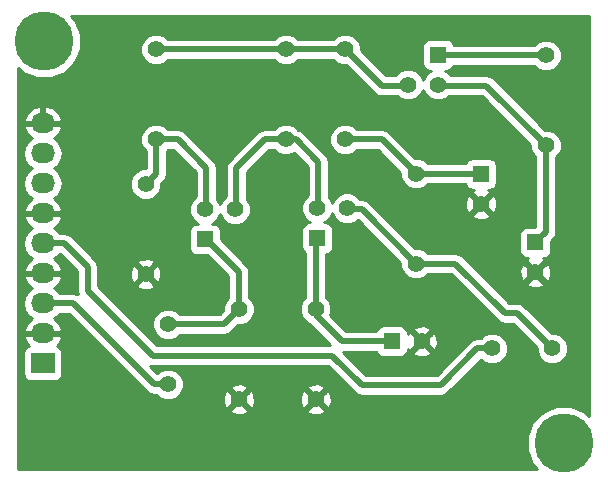
<source format=gbl>
G04 #@! TF.FileFunction,Copper,L2,Bot,Signal*
%FSLAX45Y45*%
G04 Gerber Fmt 4.5, Leading zero omitted, Abs format (unit mm)*
G04 Created by KiCad (PCBNEW (2015-01-25 BZR 5388)-product) date Mo 03 Aug 2015 14:19:51 CEST*
%MOMM*%
G01*
G04 APERTURE LIST*
%ADD10C,0.150000*%
%ADD11C,5.001260*%
%ADD12C,1.397000*%
%ADD13R,1.397000X1.397000*%
%ADD14R,2.032000X1.727200*%
%ADD15O,2.032000X1.727200*%
%ADD16C,0.508000*%
%ADD17C,0.254000*%
G04 APERTURE END LIST*
D10*
D11*
X17100042Y-9900158D03*
X12700000Y-6499860D03*
D12*
X15249906Y-6568948D03*
X15249906Y-7330948D03*
X13649960Y-6568948D03*
X13649960Y-7330948D03*
X13560000Y-7709000D03*
X13560000Y-8471000D03*
X14999970Y-8769096D03*
X14999970Y-9531096D03*
X14349984Y-8769096D03*
X14349984Y-9531096D03*
X14750034Y-6568948D03*
X14750034Y-7330948D03*
X15850108Y-7618984D03*
X15850108Y-8380984D03*
X16949928Y-6618986D03*
X16949928Y-7380986D03*
X17004030Y-9100058D03*
X16496030Y-9100058D03*
X13750036Y-8896096D03*
X13750036Y-9404096D03*
D13*
X15643000Y-9040000D03*
D12*
X15897000Y-9040000D03*
D13*
X16400000Y-7623000D03*
D12*
X16400000Y-7877000D03*
D13*
X16860000Y-8203000D03*
D12*
X16860000Y-8457000D03*
D14*
X12690000Y-9226000D03*
D15*
X12690000Y-8972000D03*
X12690000Y-8718000D03*
X12690000Y-8464000D03*
X12690000Y-8210000D03*
X12690000Y-7956000D03*
X12690000Y-7702000D03*
X12690000Y-7448000D03*
X12690000Y-7194000D03*
D13*
X14063000Y-8177000D03*
D12*
X14063000Y-7923000D03*
X14317000Y-7923000D03*
D13*
X15013000Y-8167000D03*
D12*
X15013000Y-7913000D03*
X15267000Y-7913000D03*
D13*
X16037000Y-6613000D03*
D12*
X16037000Y-6867000D03*
X15783000Y-6867000D03*
D16*
X16949928Y-6618986D02*
X16030956Y-6618986D01*
X16030956Y-6618986D02*
X16026892Y-6623050D01*
X14349984Y-8453882D02*
X14073124Y-8177022D01*
X14349984Y-8769096D02*
X14349984Y-8453882D01*
X14222984Y-8896096D02*
X14349984Y-8769096D01*
X13750036Y-8896096D02*
X14222984Y-8896096D01*
X13634096Y-9404096D02*
X12948000Y-8718000D01*
X12948000Y-8718000D02*
X12690000Y-8718000D01*
X13750036Y-9404096D02*
X13634096Y-9404096D01*
X14999970Y-8769096D02*
X14999970Y-8200136D01*
X14999970Y-8200136D02*
X15023084Y-8177022D01*
X15220000Y-9040000D02*
X15643000Y-9040000D01*
X14999970Y-8819970D02*
X15220000Y-9040000D01*
X14999970Y-8769096D02*
X14999970Y-8819970D01*
X15249906Y-7330948D02*
X15562072Y-7330948D01*
X15562072Y-7330948D02*
X15854172Y-7623048D01*
X16395984Y-7618984D02*
X16400000Y-7623000D01*
X16395984Y-7618984D02*
X16400000Y-7623000D01*
X15850108Y-7618984D02*
X16395984Y-7618984D01*
X15392146Y-7923022D02*
X15850108Y-8380984D01*
X15277084Y-7923022D02*
X15392146Y-7923022D01*
X16180816Y-8380984D02*
X16599916Y-8800084D01*
X16599916Y-8800084D02*
X16704056Y-8800084D01*
X16704056Y-8800084D02*
X17004030Y-9100058D01*
X15850108Y-8380984D02*
X16180816Y-8380984D01*
X16496030Y-9100058D02*
X16450056Y-9100058D01*
X16369942Y-9100058D02*
X16060000Y-9410000D01*
X16060000Y-9410000D02*
X15390000Y-9410000D01*
X15390000Y-9410000D02*
X15140000Y-9160000D01*
X15140000Y-9160000D02*
X13620000Y-9160000D01*
X13620000Y-9160000D02*
X13070000Y-8610000D01*
X13070000Y-8610000D02*
X13070000Y-8410000D01*
X13070000Y-8410000D02*
X12870000Y-8210000D01*
X12870000Y-8210000D02*
X12690000Y-8210000D01*
X16496030Y-9100058D02*
X16369942Y-9100058D01*
X16026892Y-6877050D02*
X16445992Y-6877050D01*
X16445992Y-6877050D02*
X16949928Y-7380986D01*
X16949928Y-8113072D02*
X16860000Y-8203000D01*
X16949928Y-7380986D02*
X16949928Y-8113072D01*
X14750034Y-7330948D02*
X14831060Y-7330948D01*
X14327124Y-7572756D02*
X14568932Y-7330948D01*
X14568932Y-7330948D02*
X14750034Y-7330948D01*
X14327124Y-7923022D02*
X14327124Y-7572756D01*
X14831060Y-7330948D02*
X15023084Y-7522972D01*
X15023084Y-7522972D02*
X15023084Y-7923022D01*
X13649960Y-7330948D02*
X13831062Y-7330948D01*
X14073124Y-7573010D02*
X14073124Y-7923022D01*
X13831062Y-7330948D02*
X14073124Y-7573010D01*
X13649960Y-7619040D02*
X13560000Y-7709000D01*
X13649960Y-7330948D02*
X13649960Y-7619040D01*
X13649960Y-6568948D02*
X14750034Y-6568948D01*
X14750034Y-6568948D02*
X15249906Y-6568948D01*
X15558008Y-6877050D02*
X15772892Y-6877050D01*
X15249906Y-6568948D02*
X15558008Y-6877050D01*
D17*
G36*
X17317466Y-9674129D02*
X17277893Y-9634487D01*
X17162687Y-9586650D01*
X17137403Y-9586627D01*
X17137403Y-9073649D01*
X17117145Y-9024620D01*
X17083301Y-8990717D01*
X17083301Y-7354577D01*
X17063043Y-7305548D01*
X17025563Y-7268003D01*
X16976569Y-7247659D01*
X16942295Y-7247629D01*
X16508854Y-6814188D01*
X16480013Y-6794917D01*
X16445992Y-6788150D01*
X16146708Y-6788150D01*
X16112635Y-6754017D01*
X16097166Y-6747594D01*
X16106850Y-6747594D01*
X16131062Y-6742896D01*
X16152343Y-6728917D01*
X16166539Y-6707886D01*
X16850252Y-6707886D01*
X16874293Y-6731969D01*
X16923287Y-6752313D01*
X16976337Y-6752359D01*
X17025366Y-6732101D01*
X17062911Y-6694621D01*
X17083255Y-6645627D01*
X17083301Y-6592577D01*
X17063043Y-6543548D01*
X17025563Y-6506003D01*
X16976569Y-6485659D01*
X16923519Y-6485613D01*
X16874490Y-6505871D01*
X16850233Y-6530086D01*
X16169059Y-6530086D01*
X16166896Y-6518938D01*
X16152917Y-6497657D01*
X16131814Y-6483412D01*
X16106850Y-6478406D01*
X15967150Y-6478406D01*
X15942938Y-6483104D01*
X15921657Y-6497083D01*
X15907412Y-6518186D01*
X15902406Y-6543150D01*
X15902406Y-6682850D01*
X15907104Y-6707062D01*
X15921083Y-6728343D01*
X15942186Y-6742588D01*
X15967150Y-6747594D01*
X15976788Y-6747594D01*
X15961562Y-6753885D01*
X15924017Y-6791365D01*
X15909991Y-6825145D01*
X15896115Y-6791562D01*
X15858635Y-6754017D01*
X15809641Y-6733673D01*
X15756591Y-6733627D01*
X15707562Y-6753885D01*
X15673238Y-6788150D01*
X15594832Y-6788150D01*
X15383249Y-6576568D01*
X15383279Y-6542539D01*
X15363021Y-6493510D01*
X15325541Y-6455965D01*
X15276547Y-6435621D01*
X15223497Y-6435575D01*
X15174468Y-6455833D01*
X15150211Y-6480048D01*
X14849710Y-6480048D01*
X14825669Y-6455965D01*
X14776675Y-6435621D01*
X14723625Y-6435575D01*
X14674596Y-6455833D01*
X14650339Y-6480048D01*
X13749636Y-6480048D01*
X13725595Y-6455965D01*
X13676601Y-6435621D01*
X13623551Y-6435575D01*
X13574522Y-6455833D01*
X13536977Y-6493313D01*
X13516633Y-6542307D01*
X13516587Y-6595357D01*
X13536845Y-6644386D01*
X13574325Y-6681931D01*
X13623319Y-6702275D01*
X13676369Y-6702321D01*
X13725398Y-6682063D01*
X13749655Y-6657848D01*
X14650358Y-6657848D01*
X14674399Y-6681931D01*
X14723393Y-6702275D01*
X14776443Y-6702321D01*
X14825472Y-6682063D01*
X14849729Y-6657848D01*
X15150230Y-6657848D01*
X15174271Y-6681931D01*
X15223265Y-6702275D01*
X15257539Y-6702305D01*
X15495146Y-6939912D01*
X15523987Y-6959183D01*
X15558008Y-6965950D01*
X15693356Y-6965950D01*
X15707365Y-6979983D01*
X15756359Y-7000327D01*
X15809409Y-7000373D01*
X15858438Y-6980115D01*
X15895983Y-6942635D01*
X15910009Y-6908855D01*
X15923885Y-6942438D01*
X15961365Y-6979983D01*
X16010359Y-7000327D01*
X16063409Y-7000373D01*
X16112438Y-6980115D01*
X16126627Y-6965950D01*
X16409168Y-6965950D01*
X16816585Y-7373366D01*
X16816555Y-7407395D01*
X16836813Y-7456424D01*
X16861028Y-7480681D01*
X16861028Y-8068406D01*
X16790150Y-8068406D01*
X16765938Y-8073104D01*
X16744657Y-8087083D01*
X16730412Y-8108186D01*
X16725406Y-8133150D01*
X16725406Y-8272850D01*
X16730104Y-8297062D01*
X16744083Y-8318343D01*
X16765186Y-8332588D01*
X16790150Y-8337594D01*
X16796564Y-8337594D01*
X16790707Y-8340020D01*
X16784542Y-8363581D01*
X16860000Y-8439040D01*
X16935458Y-8363581D01*
X16929293Y-8340020D01*
X16922400Y-8337594D01*
X16929850Y-8337594D01*
X16954062Y-8332896D01*
X16975343Y-8318917D01*
X16989588Y-8297814D01*
X16994594Y-8272850D01*
X16994594Y-8194130D01*
X17012790Y-8175934D01*
X17032061Y-8147093D01*
X17032061Y-8147092D01*
X17038828Y-8113072D01*
X17038828Y-7480662D01*
X17062911Y-7456621D01*
X17083255Y-7407627D01*
X17083301Y-7354577D01*
X17083301Y-8990717D01*
X17079665Y-8987075D01*
X17030671Y-8966731D01*
X16996397Y-8966701D01*
X16994593Y-8964897D01*
X16994593Y-8476252D01*
X16991715Y-8423280D01*
X16976980Y-8387707D01*
X16953419Y-8381542D01*
X16877961Y-8457000D01*
X16953419Y-8532458D01*
X16976980Y-8526293D01*
X16994593Y-8476252D01*
X16994593Y-8964897D01*
X16935458Y-8905763D01*
X16935458Y-8550419D01*
X16860000Y-8474961D01*
X16842040Y-8492921D01*
X16842040Y-8457000D01*
X16766581Y-8381542D01*
X16743020Y-8387707D01*
X16725407Y-8437748D01*
X16728285Y-8490720D01*
X16743020Y-8526293D01*
X16766581Y-8532458D01*
X16842040Y-8457000D01*
X16842040Y-8492921D01*
X16784542Y-8550419D01*
X16790707Y-8573980D01*
X16840748Y-8591593D01*
X16893720Y-8588715D01*
X16929293Y-8573980D01*
X16935458Y-8550419D01*
X16935458Y-8905763D01*
X16766918Y-8737222D01*
X16738077Y-8717951D01*
X16704056Y-8711184D01*
X16636740Y-8711184D01*
X16534594Y-8609038D01*
X16534594Y-7692850D01*
X16534594Y-7553150D01*
X16529896Y-7528938D01*
X16515917Y-7507657D01*
X16494814Y-7493412D01*
X16469850Y-7488406D01*
X16330150Y-7488406D01*
X16305938Y-7493104D01*
X16284657Y-7507083D01*
X16270412Y-7528186D01*
X16270032Y-7530084D01*
X15949784Y-7530084D01*
X15925743Y-7506001D01*
X15876749Y-7485657D01*
X15842475Y-7485627D01*
X15624934Y-7268086D01*
X15596093Y-7248815D01*
X15562072Y-7242048D01*
X15349582Y-7242048D01*
X15325541Y-7217965D01*
X15276547Y-7197621D01*
X15223497Y-7197575D01*
X15174468Y-7217833D01*
X15136923Y-7255313D01*
X15116579Y-7304307D01*
X15116533Y-7357357D01*
X15136791Y-7406386D01*
X15174271Y-7443931D01*
X15223265Y-7464275D01*
X15276315Y-7464321D01*
X15325344Y-7444063D01*
X15349601Y-7419848D01*
X15525248Y-7419848D01*
X15716764Y-7611364D01*
X15716735Y-7645393D01*
X15736993Y-7694422D01*
X15774473Y-7731967D01*
X15823467Y-7752311D01*
X15876517Y-7752357D01*
X15925546Y-7732099D01*
X15949803Y-7707884D01*
X16268323Y-7707884D01*
X16270104Y-7717062D01*
X16284083Y-7738343D01*
X16305186Y-7752588D01*
X16330150Y-7757594D01*
X16336564Y-7757594D01*
X16330707Y-7760020D01*
X16324542Y-7783581D01*
X16400000Y-7859039D01*
X16475458Y-7783581D01*
X16469293Y-7760020D01*
X16462400Y-7757594D01*
X16469850Y-7757594D01*
X16494062Y-7752896D01*
X16515343Y-7738917D01*
X16529588Y-7717814D01*
X16534594Y-7692850D01*
X16534594Y-8609038D01*
X16534593Y-8609037D01*
X16534593Y-7896252D01*
X16531715Y-7843280D01*
X16516980Y-7807707D01*
X16493419Y-7801542D01*
X16417960Y-7877000D01*
X16493419Y-7952458D01*
X16516980Y-7946293D01*
X16534593Y-7896252D01*
X16534593Y-8609037D01*
X16475458Y-8549903D01*
X16475458Y-7970419D01*
X16400000Y-7894960D01*
X16382039Y-7912921D01*
X16382039Y-7877000D01*
X16306581Y-7801542D01*
X16283020Y-7807707D01*
X16265407Y-7857748D01*
X16268285Y-7910720D01*
X16283020Y-7946293D01*
X16306581Y-7952458D01*
X16382039Y-7877000D01*
X16382039Y-7912921D01*
X16324542Y-7970419D01*
X16330707Y-7993980D01*
X16380748Y-8011593D01*
X16433720Y-8008715D01*
X16469293Y-7993980D01*
X16475458Y-7970419D01*
X16475458Y-8549903D01*
X16243678Y-8318122D01*
X16214837Y-8298851D01*
X16180816Y-8292084D01*
X15949784Y-8292084D01*
X15925743Y-8268001D01*
X15876749Y-8247657D01*
X15842475Y-8247627D01*
X15455008Y-7860160D01*
X15426167Y-7840889D01*
X15392146Y-7834122D01*
X15376680Y-7834122D01*
X15342635Y-7800017D01*
X15293641Y-7779673D01*
X15240591Y-7779627D01*
X15191562Y-7799885D01*
X15154017Y-7837365D01*
X15139991Y-7871145D01*
X15126115Y-7837562D01*
X15111984Y-7823407D01*
X15111984Y-7522972D01*
X15105217Y-7488951D01*
X15085946Y-7460110D01*
X14893922Y-7268086D01*
X14865081Y-7248815D01*
X14854331Y-7246677D01*
X14825669Y-7217965D01*
X14776675Y-7197621D01*
X14723625Y-7197575D01*
X14674596Y-7217833D01*
X14650339Y-7242048D01*
X14568932Y-7242048D01*
X14534911Y-7248815D01*
X14506070Y-7268086D01*
X14264262Y-7509894D01*
X14244991Y-7538735D01*
X14238224Y-7572756D01*
X14238224Y-7813217D01*
X14204017Y-7847365D01*
X14189991Y-7881145D01*
X14176115Y-7847562D01*
X14162024Y-7833447D01*
X14162024Y-7573010D01*
X14155257Y-7538989D01*
X14155257Y-7538989D01*
X14135986Y-7510148D01*
X13893924Y-7268086D01*
X13865083Y-7248815D01*
X13831062Y-7242048D01*
X13749636Y-7242048D01*
X13725595Y-7217965D01*
X13676601Y-7197621D01*
X13623551Y-7197575D01*
X13574522Y-7217833D01*
X13536977Y-7255313D01*
X13516633Y-7304307D01*
X13516587Y-7357357D01*
X13536845Y-7406386D01*
X13561060Y-7430643D01*
X13561060Y-7575651D01*
X13533591Y-7575627D01*
X13484562Y-7595885D01*
X13447017Y-7633365D01*
X13426673Y-7682359D01*
X13426627Y-7735409D01*
X13446885Y-7784438D01*
X13484365Y-7821983D01*
X13533359Y-7842327D01*
X13586409Y-7842373D01*
X13635438Y-7822115D01*
X13672983Y-7784635D01*
X13693327Y-7735641D01*
X13693357Y-7701367D01*
X13712822Y-7681902D01*
X13732093Y-7653061D01*
X13732093Y-7653060D01*
X13738860Y-7619040D01*
X13738860Y-7430624D01*
X13749655Y-7419848D01*
X13794238Y-7419848D01*
X13984224Y-7609834D01*
X13984224Y-7813217D01*
X13950017Y-7847365D01*
X13929673Y-7896359D01*
X13929627Y-7949409D01*
X13949885Y-7998438D01*
X13987365Y-8035983D01*
X14002834Y-8042406D01*
X13993150Y-8042406D01*
X13968938Y-8047104D01*
X13947657Y-8061083D01*
X13933412Y-8082186D01*
X13928406Y-8107150D01*
X13928406Y-8246850D01*
X13933104Y-8271062D01*
X13947083Y-8292343D01*
X13968186Y-8306588D01*
X13993150Y-8311594D01*
X14081972Y-8311594D01*
X14261084Y-8490706D01*
X14261084Y-8669420D01*
X14237001Y-8693461D01*
X14216657Y-8742455D01*
X14216627Y-8776729D01*
X14186160Y-8807196D01*
X13849712Y-8807196D01*
X13825671Y-8783113D01*
X13776677Y-8762769D01*
X13723627Y-8762723D01*
X13694593Y-8774720D01*
X13694593Y-8490252D01*
X13691715Y-8437280D01*
X13676980Y-8401707D01*
X13653419Y-8395542D01*
X13635458Y-8413502D01*
X13635458Y-8377581D01*
X13629293Y-8354020D01*
X13579252Y-8336407D01*
X13526280Y-8339285D01*
X13490707Y-8354020D01*
X13484542Y-8377581D01*
X13560000Y-8453040D01*
X13635458Y-8377581D01*
X13635458Y-8413502D01*
X13577960Y-8471000D01*
X13653419Y-8546458D01*
X13676980Y-8540293D01*
X13694593Y-8490252D01*
X13694593Y-8774720D01*
X13674598Y-8782981D01*
X13637053Y-8820461D01*
X13635458Y-8824302D01*
X13635458Y-8564419D01*
X13560000Y-8488961D01*
X13542039Y-8506921D01*
X13542039Y-8471000D01*
X13466581Y-8395542D01*
X13443020Y-8401707D01*
X13425407Y-8451748D01*
X13428285Y-8504720D01*
X13443020Y-8540293D01*
X13466581Y-8546458D01*
X13542039Y-8471000D01*
X13542039Y-8506921D01*
X13484542Y-8564419D01*
X13490707Y-8587980D01*
X13540748Y-8605593D01*
X13593720Y-8602715D01*
X13629293Y-8587980D01*
X13635458Y-8564419D01*
X13635458Y-8824302D01*
X13616709Y-8869455D01*
X13616663Y-8922505D01*
X13636921Y-8971534D01*
X13674401Y-9009079D01*
X13723395Y-9029423D01*
X13776445Y-9029469D01*
X13825474Y-9009211D01*
X13849731Y-8984996D01*
X14222984Y-8984996D01*
X14257004Y-8978229D01*
X14257005Y-8978229D01*
X14285846Y-8958958D01*
X14342364Y-8902439D01*
X14376393Y-8902469D01*
X14425422Y-8882211D01*
X14462967Y-8844731D01*
X14483311Y-8795737D01*
X14483357Y-8742687D01*
X14463099Y-8693658D01*
X14438884Y-8669401D01*
X14438884Y-8453882D01*
X14432117Y-8419862D01*
X14432117Y-8419861D01*
X14412846Y-8391020D01*
X14197594Y-8175768D01*
X14197594Y-8107150D01*
X14192896Y-8082938D01*
X14178917Y-8061657D01*
X14157814Y-8047412D01*
X14132850Y-8042406D01*
X14123212Y-8042406D01*
X14138438Y-8036115D01*
X14175983Y-7998635D01*
X14190009Y-7964855D01*
X14203885Y-7998438D01*
X14241365Y-8035983D01*
X14290359Y-8056327D01*
X14343409Y-8056373D01*
X14392438Y-8036115D01*
X14429983Y-7998635D01*
X14450327Y-7949641D01*
X14450373Y-7896591D01*
X14430115Y-7847562D01*
X14416024Y-7833447D01*
X14416024Y-7609580D01*
X14605756Y-7419848D01*
X14650358Y-7419848D01*
X14674399Y-7443931D01*
X14723393Y-7464275D01*
X14776443Y-7464321D01*
X14820504Y-7446115D01*
X14934184Y-7559796D01*
X14934184Y-7803257D01*
X14900017Y-7837365D01*
X14879673Y-7886359D01*
X14879627Y-7939409D01*
X14899885Y-7988438D01*
X14937365Y-8025983D01*
X14952834Y-8032406D01*
X14943150Y-8032406D01*
X14918938Y-8037104D01*
X14897657Y-8051083D01*
X14883412Y-8072186D01*
X14878406Y-8097150D01*
X14878406Y-8236850D01*
X14883104Y-8261062D01*
X14897083Y-8282343D01*
X14911070Y-8291784D01*
X14911070Y-8669420D01*
X14886987Y-8693461D01*
X14866643Y-8742455D01*
X14866597Y-8795505D01*
X14886855Y-8844534D01*
X14924335Y-8882079D01*
X14944891Y-8890614D01*
X15125376Y-9071100D01*
X13656824Y-9071100D01*
X13158900Y-8573176D01*
X13158900Y-8410000D01*
X13152133Y-8375979D01*
X13152133Y-8375979D01*
X13132862Y-8347138D01*
X12932862Y-8147138D01*
X12904021Y-8127867D01*
X12870000Y-8121100D01*
X12858334Y-8121100D01*
X12858334Y-7702000D01*
X12846927Y-7644651D01*
X12814441Y-7596033D01*
X12782963Y-7575000D01*
X12814441Y-7553967D01*
X12846927Y-7505349D01*
X12858334Y-7448000D01*
X12846927Y-7390651D01*
X12814441Y-7342033D01*
X12783493Y-7321354D01*
X12825073Y-7284204D01*
X12850471Y-7231479D01*
X12850736Y-7229903D01*
X12850736Y-7158097D01*
X12850471Y-7156521D01*
X12825073Y-7103796D01*
X12781432Y-7064805D01*
X12726191Y-7045482D01*
X12702700Y-7059908D01*
X12702700Y-7181300D01*
X12838622Y-7181300D01*
X12850736Y-7158097D01*
X12850736Y-7229903D01*
X12838622Y-7206700D01*
X12702700Y-7206700D01*
X12702700Y-7208700D01*
X12677300Y-7208700D01*
X12677300Y-7206700D01*
X12677300Y-7181300D01*
X12677300Y-7059908D01*
X12653809Y-7045482D01*
X12598568Y-7064805D01*
X12554927Y-7103796D01*
X12529529Y-7156521D01*
X12529264Y-7158097D01*
X12541378Y-7181300D01*
X12677300Y-7181300D01*
X12677300Y-7206700D01*
X12541378Y-7206700D01*
X12529264Y-7229903D01*
X12529529Y-7231479D01*
X12554927Y-7284204D01*
X12596507Y-7321354D01*
X12565558Y-7342033D01*
X12533073Y-7390651D01*
X12521665Y-7448000D01*
X12533073Y-7505349D01*
X12565558Y-7553967D01*
X12597036Y-7575000D01*
X12565558Y-7596033D01*
X12533073Y-7644651D01*
X12521665Y-7702000D01*
X12533073Y-7759349D01*
X12565558Y-7807967D01*
X12596507Y-7828646D01*
X12554927Y-7865796D01*
X12529529Y-7918521D01*
X12529264Y-7920097D01*
X12541378Y-7943300D01*
X12677300Y-7943300D01*
X12677300Y-7941300D01*
X12702700Y-7941300D01*
X12702700Y-7943300D01*
X12838622Y-7943300D01*
X12850736Y-7920097D01*
X12850471Y-7918521D01*
X12825073Y-7865796D01*
X12783493Y-7828646D01*
X12814441Y-7807967D01*
X12846927Y-7759349D01*
X12858334Y-7702000D01*
X12858334Y-8121100D01*
X12825845Y-8121100D01*
X12814441Y-8104033D01*
X12783493Y-8083354D01*
X12825073Y-8046204D01*
X12850471Y-7993479D01*
X12850736Y-7991903D01*
X12838622Y-7968700D01*
X12702700Y-7968700D01*
X12702700Y-7970700D01*
X12677300Y-7970700D01*
X12677300Y-7968700D01*
X12541378Y-7968700D01*
X12529264Y-7991903D01*
X12529529Y-7993479D01*
X12554927Y-8046204D01*
X12596507Y-8083354D01*
X12565558Y-8104033D01*
X12533073Y-8152651D01*
X12521665Y-8210000D01*
X12533073Y-8267349D01*
X12565558Y-8315967D01*
X12596507Y-8336646D01*
X12554927Y-8373796D01*
X12529529Y-8426521D01*
X12529264Y-8428097D01*
X12541378Y-8451300D01*
X12677300Y-8451300D01*
X12677300Y-8449300D01*
X12702700Y-8449300D01*
X12702700Y-8451300D01*
X12838622Y-8451300D01*
X12850736Y-8428097D01*
X12850471Y-8426521D01*
X12825073Y-8373796D01*
X12783493Y-8336646D01*
X12814441Y-8315967D01*
X12825845Y-8298900D01*
X12833176Y-8298900D01*
X12981100Y-8446824D01*
X12981100Y-8610000D01*
X12986893Y-8639123D01*
X12982021Y-8635867D01*
X12948000Y-8629100D01*
X12825845Y-8629100D01*
X12814441Y-8612033D01*
X12783493Y-8591354D01*
X12825073Y-8554204D01*
X12850471Y-8501479D01*
X12850736Y-8499903D01*
X12838622Y-8476700D01*
X12702700Y-8476700D01*
X12702700Y-8478700D01*
X12677300Y-8478700D01*
X12677300Y-8476700D01*
X12541378Y-8476700D01*
X12529264Y-8499903D01*
X12529529Y-8501479D01*
X12554927Y-8554204D01*
X12596507Y-8591354D01*
X12565558Y-8612033D01*
X12533073Y-8660651D01*
X12521665Y-8718000D01*
X12533073Y-8775349D01*
X12565558Y-8823967D01*
X12596507Y-8844646D01*
X12554927Y-8881796D01*
X12529529Y-8934521D01*
X12529264Y-8936097D01*
X12541378Y-8959300D01*
X12677300Y-8959300D01*
X12677300Y-8957300D01*
X12702700Y-8957300D01*
X12702700Y-8959300D01*
X12838622Y-8959300D01*
X12850736Y-8936097D01*
X12850471Y-8934521D01*
X12825073Y-8881796D01*
X12783493Y-8844646D01*
X12814441Y-8823967D01*
X12825845Y-8806900D01*
X12911176Y-8806900D01*
X13571234Y-9466958D01*
X13600075Y-9486229D01*
X13600075Y-9486229D01*
X13634096Y-9492996D01*
X13650360Y-9492996D01*
X13674401Y-9517079D01*
X13723395Y-9537423D01*
X13776445Y-9537469D01*
X13825474Y-9517211D01*
X13863019Y-9479731D01*
X13883363Y-9430737D01*
X13883409Y-9377687D01*
X13863151Y-9328658D01*
X13825671Y-9291113D01*
X13776677Y-9270769D01*
X13723627Y-9270723D01*
X13674598Y-9290981D01*
X13660639Y-9304916D01*
X13600806Y-9245082D01*
X13620000Y-9248900D01*
X15103176Y-9248900D01*
X15327138Y-9472862D01*
X15355979Y-9492133D01*
X15355979Y-9492133D01*
X15390000Y-9498900D01*
X16060000Y-9498900D01*
X16094020Y-9492133D01*
X16094021Y-9492133D01*
X16122862Y-9472862D01*
X16401555Y-9194168D01*
X16420395Y-9213041D01*
X16469389Y-9233385D01*
X16522439Y-9233431D01*
X16571468Y-9213173D01*
X16609013Y-9175693D01*
X16629357Y-9126699D01*
X16629403Y-9073649D01*
X16609145Y-9024620D01*
X16571665Y-8987075D01*
X16522671Y-8966731D01*
X16469621Y-8966685D01*
X16420592Y-8986943D01*
X16396335Y-9011158D01*
X16369942Y-9011158D01*
X16335921Y-9017925D01*
X16307080Y-9037196D01*
X16031593Y-9312684D01*
X16031593Y-9059252D01*
X16028715Y-9006280D01*
X16013980Y-8970707D01*
X15990419Y-8964542D01*
X15972458Y-8982502D01*
X15972458Y-8946581D01*
X15966293Y-8923020D01*
X15916252Y-8905407D01*
X15863280Y-8908285D01*
X15827707Y-8923020D01*
X15821542Y-8946581D01*
X15897000Y-9022040D01*
X15972458Y-8946581D01*
X15972458Y-8982502D01*
X15914960Y-9040000D01*
X15990419Y-9115458D01*
X16013980Y-9109293D01*
X16031593Y-9059252D01*
X16031593Y-9312684D01*
X16023176Y-9321100D01*
X15972458Y-9321100D01*
X15972458Y-9133419D01*
X15897000Y-9057961D01*
X15821542Y-9133419D01*
X15827707Y-9156980D01*
X15877748Y-9174593D01*
X15930720Y-9171715D01*
X15966293Y-9156980D01*
X15972458Y-9133419D01*
X15972458Y-9321100D01*
X15426824Y-9321100D01*
X15234624Y-9128900D01*
X15512102Y-9128900D01*
X15513104Y-9134062D01*
X15527083Y-9155343D01*
X15548186Y-9169588D01*
X15573150Y-9174594D01*
X15712850Y-9174594D01*
X15737062Y-9169896D01*
X15758343Y-9155917D01*
X15772588Y-9134814D01*
X15777594Y-9109850D01*
X15777594Y-9103436D01*
X15780020Y-9109293D01*
X15803581Y-9115458D01*
X15879039Y-9040000D01*
X15803581Y-8964542D01*
X15780020Y-8970707D01*
X15777594Y-8977600D01*
X15777594Y-8970150D01*
X15772896Y-8945938D01*
X15758917Y-8924657D01*
X15737814Y-8910412D01*
X15712850Y-8905406D01*
X15573150Y-8905406D01*
X15548938Y-8910104D01*
X15527657Y-8924083D01*
X15513412Y-8945186D01*
X15512226Y-8951100D01*
X15256824Y-8951100D01*
X15123956Y-8818232D01*
X15133297Y-8795737D01*
X15133343Y-8742687D01*
X15113085Y-8693658D01*
X15088870Y-8669401D01*
X15088870Y-8300426D01*
X15107062Y-8296896D01*
X15128343Y-8282917D01*
X15142588Y-8261814D01*
X15147594Y-8236850D01*
X15147594Y-8097150D01*
X15142896Y-8072938D01*
X15128917Y-8051657D01*
X15107814Y-8037412D01*
X15082850Y-8032406D01*
X15073212Y-8032406D01*
X15088438Y-8026115D01*
X15125983Y-7988635D01*
X15140009Y-7954855D01*
X15153885Y-7988438D01*
X15191365Y-8025983D01*
X15240359Y-8046327D01*
X15293409Y-8046373D01*
X15342438Y-8026115D01*
X15355988Y-8012588D01*
X15716764Y-8373364D01*
X15716735Y-8407393D01*
X15736993Y-8456422D01*
X15774473Y-8493967D01*
X15823467Y-8514311D01*
X15876517Y-8514357D01*
X15925546Y-8494099D01*
X15949803Y-8469884D01*
X16143992Y-8469884D01*
X16537054Y-8862946D01*
X16565895Y-8882217D01*
X16565895Y-8882217D01*
X16599916Y-8888984D01*
X16667232Y-8888984D01*
X16870687Y-9092438D01*
X16870657Y-9126467D01*
X16890915Y-9175496D01*
X16928395Y-9213041D01*
X16977389Y-9233385D01*
X17030439Y-9233431D01*
X17079468Y-9213173D01*
X17117013Y-9175693D01*
X17137357Y-9126699D01*
X17137403Y-9073649D01*
X17137403Y-9586627D01*
X17037944Y-9586541D01*
X16922655Y-9634177D01*
X16834371Y-9722307D01*
X16786534Y-9837513D01*
X16786425Y-9962256D01*
X16834061Y-10077545D01*
X16873775Y-10117328D01*
X15134563Y-10117328D01*
X15134563Y-9550348D01*
X15131685Y-9497376D01*
X15116950Y-9461803D01*
X15093389Y-9455638D01*
X15075428Y-9473598D01*
X15075428Y-9437677D01*
X15069263Y-9414116D01*
X15019222Y-9396503D01*
X14966250Y-9399381D01*
X14930677Y-9414116D01*
X14924512Y-9437677D01*
X14999970Y-9513136D01*
X15075428Y-9437677D01*
X15075428Y-9473598D01*
X15017930Y-9531096D01*
X15093389Y-9606554D01*
X15116950Y-9600389D01*
X15134563Y-9550348D01*
X15134563Y-10117328D01*
X15075428Y-10117328D01*
X15075428Y-9624515D01*
X14999970Y-9549057D01*
X14982009Y-9567017D01*
X14982009Y-9531096D01*
X14906551Y-9455638D01*
X14882990Y-9461803D01*
X14865377Y-9511844D01*
X14868255Y-9564816D01*
X14882990Y-9600389D01*
X14906551Y-9606554D01*
X14982009Y-9531096D01*
X14982009Y-9567017D01*
X14924512Y-9624515D01*
X14930677Y-9648076D01*
X14980718Y-9665689D01*
X15033690Y-9662811D01*
X15069263Y-9648076D01*
X15075428Y-9624515D01*
X15075428Y-10117328D01*
X14484577Y-10117328D01*
X14484577Y-9550348D01*
X14481699Y-9497376D01*
X14466964Y-9461803D01*
X14443403Y-9455638D01*
X14425442Y-9473598D01*
X14425442Y-9437677D01*
X14419277Y-9414116D01*
X14369236Y-9396503D01*
X14316264Y-9399381D01*
X14280691Y-9414116D01*
X14274526Y-9437677D01*
X14349984Y-9513136D01*
X14425442Y-9437677D01*
X14425442Y-9473598D01*
X14367944Y-9531096D01*
X14443403Y-9606554D01*
X14466964Y-9600389D01*
X14484577Y-9550348D01*
X14484577Y-10117328D01*
X14425442Y-10117328D01*
X14425442Y-9624515D01*
X14349984Y-9549057D01*
X14332023Y-9567017D01*
X14332023Y-9531096D01*
X14256565Y-9455638D01*
X14233004Y-9461803D01*
X14215391Y-9511844D01*
X14218269Y-9564816D01*
X14233004Y-9600389D01*
X14256565Y-9606554D01*
X14332023Y-9531096D01*
X14332023Y-9567017D01*
X14274526Y-9624515D01*
X14280691Y-9648076D01*
X14330732Y-9665689D01*
X14383704Y-9662811D01*
X14419277Y-9648076D01*
X14425442Y-9624515D01*
X14425442Y-10117328D01*
X12856344Y-10117328D01*
X12856344Y-9312360D01*
X12856344Y-9139640D01*
X12851646Y-9115428D01*
X12837667Y-9094147D01*
X12816564Y-9079902D01*
X12807335Y-9078052D01*
X12825073Y-9062204D01*
X12850471Y-9009479D01*
X12850736Y-9007903D01*
X12838622Y-8984700D01*
X12702700Y-8984700D01*
X12702700Y-8986700D01*
X12677300Y-8986700D01*
X12677300Y-8984700D01*
X12541378Y-8984700D01*
X12529264Y-9007903D01*
X12529529Y-9009479D01*
X12554927Y-9062204D01*
X12572570Y-9077967D01*
X12564188Y-9079594D01*
X12542907Y-9093573D01*
X12528662Y-9114676D01*
X12523656Y-9139640D01*
X12523656Y-9312360D01*
X12528354Y-9336572D01*
X12542333Y-9357853D01*
X12563436Y-9372098D01*
X12588400Y-9377104D01*
X12791600Y-9377104D01*
X12815812Y-9372406D01*
X12837093Y-9358427D01*
X12851338Y-9337324D01*
X12856344Y-9312360D01*
X12856344Y-10117328D01*
X12482576Y-10117328D01*
X12482576Y-6725889D01*
X12522149Y-6765531D01*
X12637355Y-6813368D01*
X12762098Y-6813477D01*
X12877387Y-6765841D01*
X12965671Y-6677711D01*
X13013508Y-6562505D01*
X13013617Y-6437762D01*
X12965981Y-6322473D01*
X12926014Y-6282436D01*
X17317466Y-6282436D01*
X17317466Y-9674129D01*
X17317466Y-9674129D01*
G37*
X17317466Y-9674129D02*
X17277893Y-9634487D01*
X17162687Y-9586650D01*
X17137403Y-9586627D01*
X17137403Y-9073649D01*
X17117145Y-9024620D01*
X17083301Y-8990717D01*
X17083301Y-7354577D01*
X17063043Y-7305548D01*
X17025563Y-7268003D01*
X16976569Y-7247659D01*
X16942295Y-7247629D01*
X16508854Y-6814188D01*
X16480013Y-6794917D01*
X16445992Y-6788150D01*
X16146708Y-6788150D01*
X16112635Y-6754017D01*
X16097166Y-6747594D01*
X16106850Y-6747594D01*
X16131062Y-6742896D01*
X16152343Y-6728917D01*
X16166539Y-6707886D01*
X16850252Y-6707886D01*
X16874293Y-6731969D01*
X16923287Y-6752313D01*
X16976337Y-6752359D01*
X17025366Y-6732101D01*
X17062911Y-6694621D01*
X17083255Y-6645627D01*
X17083301Y-6592577D01*
X17063043Y-6543548D01*
X17025563Y-6506003D01*
X16976569Y-6485659D01*
X16923519Y-6485613D01*
X16874490Y-6505871D01*
X16850233Y-6530086D01*
X16169059Y-6530086D01*
X16166896Y-6518938D01*
X16152917Y-6497657D01*
X16131814Y-6483412D01*
X16106850Y-6478406D01*
X15967150Y-6478406D01*
X15942938Y-6483104D01*
X15921657Y-6497083D01*
X15907412Y-6518186D01*
X15902406Y-6543150D01*
X15902406Y-6682850D01*
X15907104Y-6707062D01*
X15921083Y-6728343D01*
X15942186Y-6742588D01*
X15967150Y-6747594D01*
X15976788Y-6747594D01*
X15961562Y-6753885D01*
X15924017Y-6791365D01*
X15909991Y-6825145D01*
X15896115Y-6791562D01*
X15858635Y-6754017D01*
X15809641Y-6733673D01*
X15756591Y-6733627D01*
X15707562Y-6753885D01*
X15673238Y-6788150D01*
X15594832Y-6788150D01*
X15383249Y-6576568D01*
X15383279Y-6542539D01*
X15363021Y-6493510D01*
X15325541Y-6455965D01*
X15276547Y-6435621D01*
X15223497Y-6435575D01*
X15174468Y-6455833D01*
X15150211Y-6480048D01*
X14849710Y-6480048D01*
X14825669Y-6455965D01*
X14776675Y-6435621D01*
X14723625Y-6435575D01*
X14674596Y-6455833D01*
X14650339Y-6480048D01*
X13749636Y-6480048D01*
X13725595Y-6455965D01*
X13676601Y-6435621D01*
X13623551Y-6435575D01*
X13574522Y-6455833D01*
X13536977Y-6493313D01*
X13516633Y-6542307D01*
X13516587Y-6595357D01*
X13536845Y-6644386D01*
X13574325Y-6681931D01*
X13623319Y-6702275D01*
X13676369Y-6702321D01*
X13725398Y-6682063D01*
X13749655Y-6657848D01*
X14650358Y-6657848D01*
X14674399Y-6681931D01*
X14723393Y-6702275D01*
X14776443Y-6702321D01*
X14825472Y-6682063D01*
X14849729Y-6657848D01*
X15150230Y-6657848D01*
X15174271Y-6681931D01*
X15223265Y-6702275D01*
X15257539Y-6702305D01*
X15495146Y-6939912D01*
X15523987Y-6959183D01*
X15558008Y-6965950D01*
X15693356Y-6965950D01*
X15707365Y-6979983D01*
X15756359Y-7000327D01*
X15809409Y-7000373D01*
X15858438Y-6980115D01*
X15895983Y-6942635D01*
X15910009Y-6908855D01*
X15923885Y-6942438D01*
X15961365Y-6979983D01*
X16010359Y-7000327D01*
X16063409Y-7000373D01*
X16112438Y-6980115D01*
X16126627Y-6965950D01*
X16409168Y-6965950D01*
X16816585Y-7373366D01*
X16816555Y-7407395D01*
X16836813Y-7456424D01*
X16861028Y-7480681D01*
X16861028Y-8068406D01*
X16790150Y-8068406D01*
X16765938Y-8073104D01*
X16744657Y-8087083D01*
X16730412Y-8108186D01*
X16725406Y-8133150D01*
X16725406Y-8272850D01*
X16730104Y-8297062D01*
X16744083Y-8318343D01*
X16765186Y-8332588D01*
X16790150Y-8337594D01*
X16796564Y-8337594D01*
X16790707Y-8340020D01*
X16784542Y-8363581D01*
X16860000Y-8439040D01*
X16935458Y-8363581D01*
X16929293Y-8340020D01*
X16922400Y-8337594D01*
X16929850Y-8337594D01*
X16954062Y-8332896D01*
X16975343Y-8318917D01*
X16989588Y-8297814D01*
X16994594Y-8272850D01*
X16994594Y-8194130D01*
X17012790Y-8175934D01*
X17032061Y-8147093D01*
X17032061Y-8147092D01*
X17038828Y-8113072D01*
X17038828Y-7480662D01*
X17062911Y-7456621D01*
X17083255Y-7407627D01*
X17083301Y-7354577D01*
X17083301Y-8990717D01*
X17079665Y-8987075D01*
X17030671Y-8966731D01*
X16996397Y-8966701D01*
X16994593Y-8964897D01*
X16994593Y-8476252D01*
X16991715Y-8423280D01*
X16976980Y-8387707D01*
X16953419Y-8381542D01*
X16877961Y-8457000D01*
X16953419Y-8532458D01*
X16976980Y-8526293D01*
X16994593Y-8476252D01*
X16994593Y-8964897D01*
X16935458Y-8905763D01*
X16935458Y-8550419D01*
X16860000Y-8474961D01*
X16842040Y-8492921D01*
X16842040Y-8457000D01*
X16766581Y-8381542D01*
X16743020Y-8387707D01*
X16725407Y-8437748D01*
X16728285Y-8490720D01*
X16743020Y-8526293D01*
X16766581Y-8532458D01*
X16842040Y-8457000D01*
X16842040Y-8492921D01*
X16784542Y-8550419D01*
X16790707Y-8573980D01*
X16840748Y-8591593D01*
X16893720Y-8588715D01*
X16929293Y-8573980D01*
X16935458Y-8550419D01*
X16935458Y-8905763D01*
X16766918Y-8737222D01*
X16738077Y-8717951D01*
X16704056Y-8711184D01*
X16636740Y-8711184D01*
X16534594Y-8609038D01*
X16534594Y-7692850D01*
X16534594Y-7553150D01*
X16529896Y-7528938D01*
X16515917Y-7507657D01*
X16494814Y-7493412D01*
X16469850Y-7488406D01*
X16330150Y-7488406D01*
X16305938Y-7493104D01*
X16284657Y-7507083D01*
X16270412Y-7528186D01*
X16270032Y-7530084D01*
X15949784Y-7530084D01*
X15925743Y-7506001D01*
X15876749Y-7485657D01*
X15842475Y-7485627D01*
X15624934Y-7268086D01*
X15596093Y-7248815D01*
X15562072Y-7242048D01*
X15349582Y-7242048D01*
X15325541Y-7217965D01*
X15276547Y-7197621D01*
X15223497Y-7197575D01*
X15174468Y-7217833D01*
X15136923Y-7255313D01*
X15116579Y-7304307D01*
X15116533Y-7357357D01*
X15136791Y-7406386D01*
X15174271Y-7443931D01*
X15223265Y-7464275D01*
X15276315Y-7464321D01*
X15325344Y-7444063D01*
X15349601Y-7419848D01*
X15525248Y-7419848D01*
X15716764Y-7611364D01*
X15716735Y-7645393D01*
X15736993Y-7694422D01*
X15774473Y-7731967D01*
X15823467Y-7752311D01*
X15876517Y-7752357D01*
X15925546Y-7732099D01*
X15949803Y-7707884D01*
X16268323Y-7707884D01*
X16270104Y-7717062D01*
X16284083Y-7738343D01*
X16305186Y-7752588D01*
X16330150Y-7757594D01*
X16336564Y-7757594D01*
X16330707Y-7760020D01*
X16324542Y-7783581D01*
X16400000Y-7859039D01*
X16475458Y-7783581D01*
X16469293Y-7760020D01*
X16462400Y-7757594D01*
X16469850Y-7757594D01*
X16494062Y-7752896D01*
X16515343Y-7738917D01*
X16529588Y-7717814D01*
X16534594Y-7692850D01*
X16534594Y-8609038D01*
X16534593Y-8609037D01*
X16534593Y-7896252D01*
X16531715Y-7843280D01*
X16516980Y-7807707D01*
X16493419Y-7801542D01*
X16417960Y-7877000D01*
X16493419Y-7952458D01*
X16516980Y-7946293D01*
X16534593Y-7896252D01*
X16534593Y-8609037D01*
X16475458Y-8549903D01*
X16475458Y-7970419D01*
X16400000Y-7894960D01*
X16382039Y-7912921D01*
X16382039Y-7877000D01*
X16306581Y-7801542D01*
X16283020Y-7807707D01*
X16265407Y-7857748D01*
X16268285Y-7910720D01*
X16283020Y-7946293D01*
X16306581Y-7952458D01*
X16382039Y-7877000D01*
X16382039Y-7912921D01*
X16324542Y-7970419D01*
X16330707Y-7993980D01*
X16380748Y-8011593D01*
X16433720Y-8008715D01*
X16469293Y-7993980D01*
X16475458Y-7970419D01*
X16475458Y-8549903D01*
X16243678Y-8318122D01*
X16214837Y-8298851D01*
X16180816Y-8292084D01*
X15949784Y-8292084D01*
X15925743Y-8268001D01*
X15876749Y-8247657D01*
X15842475Y-8247627D01*
X15455008Y-7860160D01*
X15426167Y-7840889D01*
X15392146Y-7834122D01*
X15376680Y-7834122D01*
X15342635Y-7800017D01*
X15293641Y-7779673D01*
X15240591Y-7779627D01*
X15191562Y-7799885D01*
X15154017Y-7837365D01*
X15139991Y-7871145D01*
X15126115Y-7837562D01*
X15111984Y-7823407D01*
X15111984Y-7522972D01*
X15105217Y-7488951D01*
X15085946Y-7460110D01*
X14893922Y-7268086D01*
X14865081Y-7248815D01*
X14854331Y-7246677D01*
X14825669Y-7217965D01*
X14776675Y-7197621D01*
X14723625Y-7197575D01*
X14674596Y-7217833D01*
X14650339Y-7242048D01*
X14568932Y-7242048D01*
X14534911Y-7248815D01*
X14506070Y-7268086D01*
X14264262Y-7509894D01*
X14244991Y-7538735D01*
X14238224Y-7572756D01*
X14238224Y-7813217D01*
X14204017Y-7847365D01*
X14189991Y-7881145D01*
X14176115Y-7847562D01*
X14162024Y-7833447D01*
X14162024Y-7573010D01*
X14155257Y-7538989D01*
X14155257Y-7538989D01*
X14135986Y-7510148D01*
X13893924Y-7268086D01*
X13865083Y-7248815D01*
X13831062Y-7242048D01*
X13749636Y-7242048D01*
X13725595Y-7217965D01*
X13676601Y-7197621D01*
X13623551Y-7197575D01*
X13574522Y-7217833D01*
X13536977Y-7255313D01*
X13516633Y-7304307D01*
X13516587Y-7357357D01*
X13536845Y-7406386D01*
X13561060Y-7430643D01*
X13561060Y-7575651D01*
X13533591Y-7575627D01*
X13484562Y-7595885D01*
X13447017Y-7633365D01*
X13426673Y-7682359D01*
X13426627Y-7735409D01*
X13446885Y-7784438D01*
X13484365Y-7821983D01*
X13533359Y-7842327D01*
X13586409Y-7842373D01*
X13635438Y-7822115D01*
X13672983Y-7784635D01*
X13693327Y-7735641D01*
X13693357Y-7701367D01*
X13712822Y-7681902D01*
X13732093Y-7653061D01*
X13732093Y-7653060D01*
X13738860Y-7619040D01*
X13738860Y-7430624D01*
X13749655Y-7419848D01*
X13794238Y-7419848D01*
X13984224Y-7609834D01*
X13984224Y-7813217D01*
X13950017Y-7847365D01*
X13929673Y-7896359D01*
X13929627Y-7949409D01*
X13949885Y-7998438D01*
X13987365Y-8035983D01*
X14002834Y-8042406D01*
X13993150Y-8042406D01*
X13968938Y-8047104D01*
X13947657Y-8061083D01*
X13933412Y-8082186D01*
X13928406Y-8107150D01*
X13928406Y-8246850D01*
X13933104Y-8271062D01*
X13947083Y-8292343D01*
X13968186Y-8306588D01*
X13993150Y-8311594D01*
X14081972Y-8311594D01*
X14261084Y-8490706D01*
X14261084Y-8669420D01*
X14237001Y-8693461D01*
X14216657Y-8742455D01*
X14216627Y-8776729D01*
X14186160Y-8807196D01*
X13849712Y-8807196D01*
X13825671Y-8783113D01*
X13776677Y-8762769D01*
X13723627Y-8762723D01*
X13694593Y-8774720D01*
X13694593Y-8490252D01*
X13691715Y-8437280D01*
X13676980Y-8401707D01*
X13653419Y-8395542D01*
X13635458Y-8413502D01*
X13635458Y-8377581D01*
X13629293Y-8354020D01*
X13579252Y-8336407D01*
X13526280Y-8339285D01*
X13490707Y-8354020D01*
X13484542Y-8377581D01*
X13560000Y-8453040D01*
X13635458Y-8377581D01*
X13635458Y-8413502D01*
X13577960Y-8471000D01*
X13653419Y-8546458D01*
X13676980Y-8540293D01*
X13694593Y-8490252D01*
X13694593Y-8774720D01*
X13674598Y-8782981D01*
X13637053Y-8820461D01*
X13635458Y-8824302D01*
X13635458Y-8564419D01*
X13560000Y-8488961D01*
X13542039Y-8506921D01*
X13542039Y-8471000D01*
X13466581Y-8395542D01*
X13443020Y-8401707D01*
X13425407Y-8451748D01*
X13428285Y-8504720D01*
X13443020Y-8540293D01*
X13466581Y-8546458D01*
X13542039Y-8471000D01*
X13542039Y-8506921D01*
X13484542Y-8564419D01*
X13490707Y-8587980D01*
X13540748Y-8605593D01*
X13593720Y-8602715D01*
X13629293Y-8587980D01*
X13635458Y-8564419D01*
X13635458Y-8824302D01*
X13616709Y-8869455D01*
X13616663Y-8922505D01*
X13636921Y-8971534D01*
X13674401Y-9009079D01*
X13723395Y-9029423D01*
X13776445Y-9029469D01*
X13825474Y-9009211D01*
X13849731Y-8984996D01*
X14222984Y-8984996D01*
X14257004Y-8978229D01*
X14257005Y-8978229D01*
X14285846Y-8958958D01*
X14342364Y-8902439D01*
X14376393Y-8902469D01*
X14425422Y-8882211D01*
X14462967Y-8844731D01*
X14483311Y-8795737D01*
X14483357Y-8742687D01*
X14463099Y-8693658D01*
X14438884Y-8669401D01*
X14438884Y-8453882D01*
X14432117Y-8419862D01*
X14432117Y-8419861D01*
X14412846Y-8391020D01*
X14197594Y-8175768D01*
X14197594Y-8107150D01*
X14192896Y-8082938D01*
X14178917Y-8061657D01*
X14157814Y-8047412D01*
X14132850Y-8042406D01*
X14123212Y-8042406D01*
X14138438Y-8036115D01*
X14175983Y-7998635D01*
X14190009Y-7964855D01*
X14203885Y-7998438D01*
X14241365Y-8035983D01*
X14290359Y-8056327D01*
X14343409Y-8056373D01*
X14392438Y-8036115D01*
X14429983Y-7998635D01*
X14450327Y-7949641D01*
X14450373Y-7896591D01*
X14430115Y-7847562D01*
X14416024Y-7833447D01*
X14416024Y-7609580D01*
X14605756Y-7419848D01*
X14650358Y-7419848D01*
X14674399Y-7443931D01*
X14723393Y-7464275D01*
X14776443Y-7464321D01*
X14820504Y-7446115D01*
X14934184Y-7559796D01*
X14934184Y-7803257D01*
X14900017Y-7837365D01*
X14879673Y-7886359D01*
X14879627Y-7939409D01*
X14899885Y-7988438D01*
X14937365Y-8025983D01*
X14952834Y-8032406D01*
X14943150Y-8032406D01*
X14918938Y-8037104D01*
X14897657Y-8051083D01*
X14883412Y-8072186D01*
X14878406Y-8097150D01*
X14878406Y-8236850D01*
X14883104Y-8261062D01*
X14897083Y-8282343D01*
X14911070Y-8291784D01*
X14911070Y-8669420D01*
X14886987Y-8693461D01*
X14866643Y-8742455D01*
X14866597Y-8795505D01*
X14886855Y-8844534D01*
X14924335Y-8882079D01*
X14944891Y-8890614D01*
X15125376Y-9071100D01*
X13656824Y-9071100D01*
X13158900Y-8573176D01*
X13158900Y-8410000D01*
X13152133Y-8375979D01*
X13152133Y-8375979D01*
X13132862Y-8347138D01*
X12932862Y-8147138D01*
X12904021Y-8127867D01*
X12870000Y-8121100D01*
X12858334Y-8121100D01*
X12858334Y-7702000D01*
X12846927Y-7644651D01*
X12814441Y-7596033D01*
X12782963Y-7575000D01*
X12814441Y-7553967D01*
X12846927Y-7505349D01*
X12858334Y-7448000D01*
X12846927Y-7390651D01*
X12814441Y-7342033D01*
X12783493Y-7321354D01*
X12825073Y-7284204D01*
X12850471Y-7231479D01*
X12850736Y-7229903D01*
X12850736Y-7158097D01*
X12850471Y-7156521D01*
X12825073Y-7103796D01*
X12781432Y-7064805D01*
X12726191Y-7045482D01*
X12702700Y-7059908D01*
X12702700Y-7181300D01*
X12838622Y-7181300D01*
X12850736Y-7158097D01*
X12850736Y-7229903D01*
X12838622Y-7206700D01*
X12702700Y-7206700D01*
X12702700Y-7208700D01*
X12677300Y-7208700D01*
X12677300Y-7206700D01*
X12677300Y-7181300D01*
X12677300Y-7059908D01*
X12653809Y-7045482D01*
X12598568Y-7064805D01*
X12554927Y-7103796D01*
X12529529Y-7156521D01*
X12529264Y-7158097D01*
X12541378Y-7181300D01*
X12677300Y-7181300D01*
X12677300Y-7206700D01*
X12541378Y-7206700D01*
X12529264Y-7229903D01*
X12529529Y-7231479D01*
X12554927Y-7284204D01*
X12596507Y-7321354D01*
X12565558Y-7342033D01*
X12533073Y-7390651D01*
X12521665Y-7448000D01*
X12533073Y-7505349D01*
X12565558Y-7553967D01*
X12597036Y-7575000D01*
X12565558Y-7596033D01*
X12533073Y-7644651D01*
X12521665Y-7702000D01*
X12533073Y-7759349D01*
X12565558Y-7807967D01*
X12596507Y-7828646D01*
X12554927Y-7865796D01*
X12529529Y-7918521D01*
X12529264Y-7920097D01*
X12541378Y-7943300D01*
X12677300Y-7943300D01*
X12677300Y-7941300D01*
X12702700Y-7941300D01*
X12702700Y-7943300D01*
X12838622Y-7943300D01*
X12850736Y-7920097D01*
X12850471Y-7918521D01*
X12825073Y-7865796D01*
X12783493Y-7828646D01*
X12814441Y-7807967D01*
X12846927Y-7759349D01*
X12858334Y-7702000D01*
X12858334Y-8121100D01*
X12825845Y-8121100D01*
X12814441Y-8104033D01*
X12783493Y-8083354D01*
X12825073Y-8046204D01*
X12850471Y-7993479D01*
X12850736Y-7991903D01*
X12838622Y-7968700D01*
X12702700Y-7968700D01*
X12702700Y-7970700D01*
X12677300Y-7970700D01*
X12677300Y-7968700D01*
X12541378Y-7968700D01*
X12529264Y-7991903D01*
X12529529Y-7993479D01*
X12554927Y-8046204D01*
X12596507Y-8083354D01*
X12565558Y-8104033D01*
X12533073Y-8152651D01*
X12521665Y-8210000D01*
X12533073Y-8267349D01*
X12565558Y-8315967D01*
X12596507Y-8336646D01*
X12554927Y-8373796D01*
X12529529Y-8426521D01*
X12529264Y-8428097D01*
X12541378Y-8451300D01*
X12677300Y-8451300D01*
X12677300Y-8449300D01*
X12702700Y-8449300D01*
X12702700Y-8451300D01*
X12838622Y-8451300D01*
X12850736Y-8428097D01*
X12850471Y-8426521D01*
X12825073Y-8373796D01*
X12783493Y-8336646D01*
X12814441Y-8315967D01*
X12825845Y-8298900D01*
X12833176Y-8298900D01*
X12981100Y-8446824D01*
X12981100Y-8610000D01*
X12986893Y-8639123D01*
X12982021Y-8635867D01*
X12948000Y-8629100D01*
X12825845Y-8629100D01*
X12814441Y-8612033D01*
X12783493Y-8591354D01*
X12825073Y-8554204D01*
X12850471Y-8501479D01*
X12850736Y-8499903D01*
X12838622Y-8476700D01*
X12702700Y-8476700D01*
X12702700Y-8478700D01*
X12677300Y-8478700D01*
X12677300Y-8476700D01*
X12541378Y-8476700D01*
X12529264Y-8499903D01*
X12529529Y-8501479D01*
X12554927Y-8554204D01*
X12596507Y-8591354D01*
X12565558Y-8612033D01*
X12533073Y-8660651D01*
X12521665Y-8718000D01*
X12533073Y-8775349D01*
X12565558Y-8823967D01*
X12596507Y-8844646D01*
X12554927Y-8881796D01*
X12529529Y-8934521D01*
X12529264Y-8936097D01*
X12541378Y-8959300D01*
X12677300Y-8959300D01*
X12677300Y-8957300D01*
X12702700Y-8957300D01*
X12702700Y-8959300D01*
X12838622Y-8959300D01*
X12850736Y-8936097D01*
X12850471Y-8934521D01*
X12825073Y-8881796D01*
X12783493Y-8844646D01*
X12814441Y-8823967D01*
X12825845Y-8806900D01*
X12911176Y-8806900D01*
X13571234Y-9466958D01*
X13600075Y-9486229D01*
X13600075Y-9486229D01*
X13634096Y-9492996D01*
X13650360Y-9492996D01*
X13674401Y-9517079D01*
X13723395Y-9537423D01*
X13776445Y-9537469D01*
X13825474Y-9517211D01*
X13863019Y-9479731D01*
X13883363Y-9430737D01*
X13883409Y-9377687D01*
X13863151Y-9328658D01*
X13825671Y-9291113D01*
X13776677Y-9270769D01*
X13723627Y-9270723D01*
X13674598Y-9290981D01*
X13660639Y-9304916D01*
X13600806Y-9245082D01*
X13620000Y-9248900D01*
X15103176Y-9248900D01*
X15327138Y-9472862D01*
X15355979Y-9492133D01*
X15355979Y-9492133D01*
X15390000Y-9498900D01*
X16060000Y-9498900D01*
X16094020Y-9492133D01*
X16094021Y-9492133D01*
X16122862Y-9472862D01*
X16401555Y-9194168D01*
X16420395Y-9213041D01*
X16469389Y-9233385D01*
X16522439Y-9233431D01*
X16571468Y-9213173D01*
X16609013Y-9175693D01*
X16629357Y-9126699D01*
X16629403Y-9073649D01*
X16609145Y-9024620D01*
X16571665Y-8987075D01*
X16522671Y-8966731D01*
X16469621Y-8966685D01*
X16420592Y-8986943D01*
X16396335Y-9011158D01*
X16369942Y-9011158D01*
X16335921Y-9017925D01*
X16307080Y-9037196D01*
X16031593Y-9312684D01*
X16031593Y-9059252D01*
X16028715Y-9006280D01*
X16013980Y-8970707D01*
X15990419Y-8964542D01*
X15972458Y-8982502D01*
X15972458Y-8946581D01*
X15966293Y-8923020D01*
X15916252Y-8905407D01*
X15863280Y-8908285D01*
X15827707Y-8923020D01*
X15821542Y-8946581D01*
X15897000Y-9022040D01*
X15972458Y-8946581D01*
X15972458Y-8982502D01*
X15914960Y-9040000D01*
X15990419Y-9115458D01*
X16013980Y-9109293D01*
X16031593Y-9059252D01*
X16031593Y-9312684D01*
X16023176Y-9321100D01*
X15972458Y-9321100D01*
X15972458Y-9133419D01*
X15897000Y-9057961D01*
X15821542Y-9133419D01*
X15827707Y-9156980D01*
X15877748Y-9174593D01*
X15930720Y-9171715D01*
X15966293Y-9156980D01*
X15972458Y-9133419D01*
X15972458Y-9321100D01*
X15426824Y-9321100D01*
X15234624Y-9128900D01*
X15512102Y-9128900D01*
X15513104Y-9134062D01*
X15527083Y-9155343D01*
X15548186Y-9169588D01*
X15573150Y-9174594D01*
X15712850Y-9174594D01*
X15737062Y-9169896D01*
X15758343Y-9155917D01*
X15772588Y-9134814D01*
X15777594Y-9109850D01*
X15777594Y-9103436D01*
X15780020Y-9109293D01*
X15803581Y-9115458D01*
X15879039Y-9040000D01*
X15803581Y-8964542D01*
X15780020Y-8970707D01*
X15777594Y-8977600D01*
X15777594Y-8970150D01*
X15772896Y-8945938D01*
X15758917Y-8924657D01*
X15737814Y-8910412D01*
X15712850Y-8905406D01*
X15573150Y-8905406D01*
X15548938Y-8910104D01*
X15527657Y-8924083D01*
X15513412Y-8945186D01*
X15512226Y-8951100D01*
X15256824Y-8951100D01*
X15123956Y-8818232D01*
X15133297Y-8795737D01*
X15133343Y-8742687D01*
X15113085Y-8693658D01*
X15088870Y-8669401D01*
X15088870Y-8300426D01*
X15107062Y-8296896D01*
X15128343Y-8282917D01*
X15142588Y-8261814D01*
X15147594Y-8236850D01*
X15147594Y-8097150D01*
X15142896Y-8072938D01*
X15128917Y-8051657D01*
X15107814Y-8037412D01*
X15082850Y-8032406D01*
X15073212Y-8032406D01*
X15088438Y-8026115D01*
X15125983Y-7988635D01*
X15140009Y-7954855D01*
X15153885Y-7988438D01*
X15191365Y-8025983D01*
X15240359Y-8046327D01*
X15293409Y-8046373D01*
X15342438Y-8026115D01*
X15355988Y-8012588D01*
X15716764Y-8373364D01*
X15716735Y-8407393D01*
X15736993Y-8456422D01*
X15774473Y-8493967D01*
X15823467Y-8514311D01*
X15876517Y-8514357D01*
X15925546Y-8494099D01*
X15949803Y-8469884D01*
X16143992Y-8469884D01*
X16537054Y-8862946D01*
X16565895Y-8882217D01*
X16565895Y-8882217D01*
X16599916Y-8888984D01*
X16667232Y-8888984D01*
X16870687Y-9092438D01*
X16870657Y-9126467D01*
X16890915Y-9175496D01*
X16928395Y-9213041D01*
X16977389Y-9233385D01*
X17030439Y-9233431D01*
X17079468Y-9213173D01*
X17117013Y-9175693D01*
X17137357Y-9126699D01*
X17137403Y-9073649D01*
X17137403Y-9586627D01*
X17037944Y-9586541D01*
X16922655Y-9634177D01*
X16834371Y-9722307D01*
X16786534Y-9837513D01*
X16786425Y-9962256D01*
X16834061Y-10077545D01*
X16873775Y-10117328D01*
X15134563Y-10117328D01*
X15134563Y-9550348D01*
X15131685Y-9497376D01*
X15116950Y-9461803D01*
X15093389Y-9455638D01*
X15075428Y-9473598D01*
X15075428Y-9437677D01*
X15069263Y-9414116D01*
X15019222Y-9396503D01*
X14966250Y-9399381D01*
X14930677Y-9414116D01*
X14924512Y-9437677D01*
X14999970Y-9513136D01*
X15075428Y-9437677D01*
X15075428Y-9473598D01*
X15017930Y-9531096D01*
X15093389Y-9606554D01*
X15116950Y-9600389D01*
X15134563Y-9550348D01*
X15134563Y-10117328D01*
X15075428Y-10117328D01*
X15075428Y-9624515D01*
X14999970Y-9549057D01*
X14982009Y-9567017D01*
X14982009Y-9531096D01*
X14906551Y-9455638D01*
X14882990Y-9461803D01*
X14865377Y-9511844D01*
X14868255Y-9564816D01*
X14882990Y-9600389D01*
X14906551Y-9606554D01*
X14982009Y-9531096D01*
X14982009Y-9567017D01*
X14924512Y-9624515D01*
X14930677Y-9648076D01*
X14980718Y-9665689D01*
X15033690Y-9662811D01*
X15069263Y-9648076D01*
X15075428Y-9624515D01*
X15075428Y-10117328D01*
X14484577Y-10117328D01*
X14484577Y-9550348D01*
X14481699Y-9497376D01*
X14466964Y-9461803D01*
X14443403Y-9455638D01*
X14425442Y-9473598D01*
X14425442Y-9437677D01*
X14419277Y-9414116D01*
X14369236Y-9396503D01*
X14316264Y-9399381D01*
X14280691Y-9414116D01*
X14274526Y-9437677D01*
X14349984Y-9513136D01*
X14425442Y-9437677D01*
X14425442Y-9473598D01*
X14367944Y-9531096D01*
X14443403Y-9606554D01*
X14466964Y-9600389D01*
X14484577Y-9550348D01*
X14484577Y-10117328D01*
X14425442Y-10117328D01*
X14425442Y-9624515D01*
X14349984Y-9549057D01*
X14332023Y-9567017D01*
X14332023Y-9531096D01*
X14256565Y-9455638D01*
X14233004Y-9461803D01*
X14215391Y-9511844D01*
X14218269Y-9564816D01*
X14233004Y-9600389D01*
X14256565Y-9606554D01*
X14332023Y-9531096D01*
X14332023Y-9567017D01*
X14274526Y-9624515D01*
X14280691Y-9648076D01*
X14330732Y-9665689D01*
X14383704Y-9662811D01*
X14419277Y-9648076D01*
X14425442Y-9624515D01*
X14425442Y-10117328D01*
X12856344Y-10117328D01*
X12856344Y-9312360D01*
X12856344Y-9139640D01*
X12851646Y-9115428D01*
X12837667Y-9094147D01*
X12816564Y-9079902D01*
X12807335Y-9078052D01*
X12825073Y-9062204D01*
X12850471Y-9009479D01*
X12850736Y-9007903D01*
X12838622Y-8984700D01*
X12702700Y-8984700D01*
X12702700Y-8986700D01*
X12677300Y-8986700D01*
X12677300Y-8984700D01*
X12541378Y-8984700D01*
X12529264Y-9007903D01*
X12529529Y-9009479D01*
X12554927Y-9062204D01*
X12572570Y-9077967D01*
X12564188Y-9079594D01*
X12542907Y-9093573D01*
X12528662Y-9114676D01*
X12523656Y-9139640D01*
X12523656Y-9312360D01*
X12528354Y-9336572D01*
X12542333Y-9357853D01*
X12563436Y-9372098D01*
X12588400Y-9377104D01*
X12791600Y-9377104D01*
X12815812Y-9372406D01*
X12837093Y-9358427D01*
X12851338Y-9337324D01*
X12856344Y-9312360D01*
X12856344Y-10117328D01*
X12482576Y-10117328D01*
X12482576Y-6725889D01*
X12522149Y-6765531D01*
X12637355Y-6813368D01*
X12762098Y-6813477D01*
X12877387Y-6765841D01*
X12965671Y-6677711D01*
X13013508Y-6562505D01*
X13013617Y-6437762D01*
X12965981Y-6322473D01*
X12926014Y-6282436D01*
X17317466Y-6282436D01*
X17317466Y-9674129D01*
M02*

</source>
